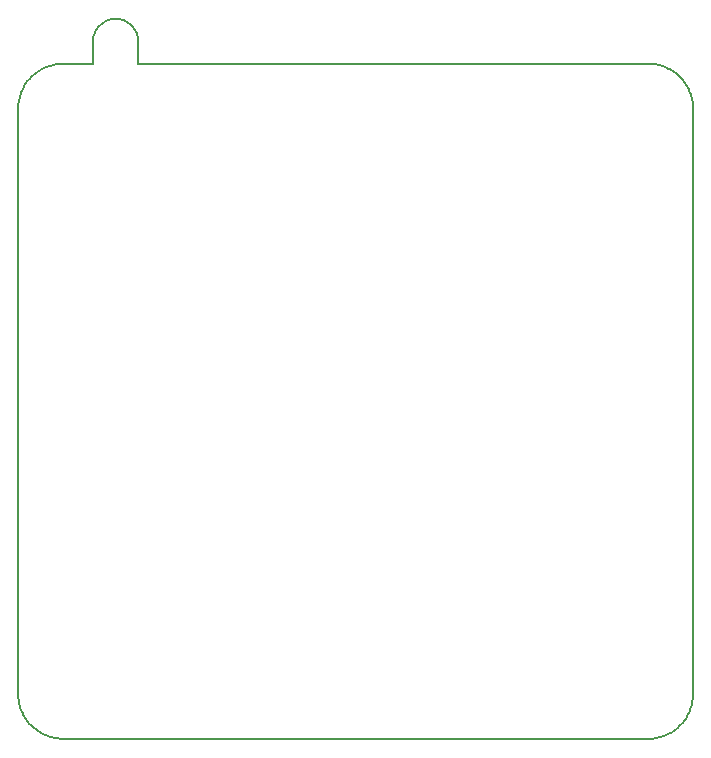
<source format=gbr>
G04 #@! TF.GenerationSoftware,KiCad,Pcbnew,5.1.4*
G04 #@! TF.CreationDate,2019-12-12T21:33:50-05:00*
G04 #@! TF.ProjectId,Suspension_Travel,53757370-656e-4736-996f-6e5f54726176,rev?*
G04 #@! TF.SameCoordinates,Original*
G04 #@! TF.FileFunction,Profile,NP*
%FSLAX46Y46*%
G04 Gerber Fmt 4.6, Leading zero omitted, Abs format (unit mm)*
G04 Created by KiCad (PCBNEW 5.1.4) date 2019-12-12 21:33:50*
%MOMM*%
%LPD*%
G04 APERTURE LIST*
%ADD10C,0.200000*%
G04 APERTURE END LIST*
D10*
X102870793Y-78105069D02*
X102673200Y-78110101D01*
X102673200Y-78110101D02*
X102485732Y-78124280D01*
X102485732Y-78124280D02*
X102306816Y-78146512D01*
X102306816Y-78146512D02*
X102131297Y-78176772D01*
X102131297Y-78176772D02*
X101966495Y-78213012D01*
X101966495Y-78213012D02*
X101803742Y-78256486D01*
X101803742Y-78256486D02*
X101647394Y-78305706D01*
X101647394Y-78305706D02*
X101499447Y-78359285D01*
X101499447Y-78359285D02*
X101357077Y-78417576D01*
X101357077Y-78417576D02*
X101212446Y-78483891D01*
X101212446Y-78483891D02*
X101073678Y-78554626D01*
X101073678Y-78554626D02*
X100933304Y-78633717D01*
X100933304Y-78633717D02*
X100803913Y-78713804D01*
X100803913Y-78713804D02*
X100680364Y-78797196D01*
X100680364Y-78797196D02*
X100564868Y-78881756D01*
X100564868Y-78881756D02*
X100452725Y-78970492D01*
X100452725Y-78970492D02*
X100344579Y-79062814D01*
X100344579Y-79062814D02*
X100238943Y-79160031D01*
X100238943Y-79160031D02*
X100135546Y-79262654D01*
X100135546Y-79262654D02*
X100038021Y-79367019D01*
X100038021Y-79367019D02*
X99935282Y-79485977D01*
X99935282Y-79485977D02*
X99844823Y-79599478D01*
X99844823Y-79599478D02*
X99756175Y-79719948D01*
X99756175Y-79719948D02*
X99672596Y-79843358D01*
X99672596Y-79843358D02*
X99592311Y-79972614D01*
X99592311Y-79972614D02*
X99518483Y-80102712D01*
X99518483Y-80102712D02*
X99449673Y-80235924D01*
X99449673Y-80235924D02*
X99384844Y-80374776D01*
X99384844Y-80374776D02*
X99325766Y-80515923D01*
X99325766Y-80515923D02*
X99269860Y-80666766D01*
X99269860Y-80666766D02*
X99220428Y-80819834D01*
X99220428Y-80819834D02*
X99176811Y-80977793D01*
X99176811Y-80977793D02*
X99138392Y-81145683D01*
X99138392Y-81145683D02*
X99107452Y-81316297D01*
X99107452Y-81316297D02*
X99083356Y-81496949D01*
X99083356Y-81496949D02*
X99067574Y-81683964D01*
X99067574Y-81683964D02*
X99060869Y-81877280D01*
X99060869Y-81877280D02*
X99060689Y-81915000D01*
X99060000Y-81915000D02*
X99060000Y-131445310D01*
X105410172Y-76200620D02*
X105410172Y-78105586D01*
X156210172Y-81915000D02*
X156205137Y-81717409D01*
X156205137Y-81717409D02*
X156190959Y-81529941D01*
X156190959Y-81529941D02*
X156168729Y-81351027D01*
X156168729Y-81351027D02*
X156139047Y-81178427D01*
X156139047Y-81178427D02*
X156102242Y-81010714D01*
X156102242Y-81010714D02*
X156059595Y-80850782D01*
X156059595Y-80850782D02*
X156011434Y-80697153D01*
X156011434Y-80697153D02*
X155958082Y-80549107D01*
X155958082Y-80549107D02*
X155900014Y-80406633D01*
X155900014Y-80406633D02*
X155835177Y-80264493D01*
X155835177Y-80264493D02*
X155766111Y-80128091D01*
X155766111Y-80128091D02*
X155693255Y-79997385D01*
X155693255Y-79997385D02*
X155617021Y-79872321D01*
X155617021Y-79872321D02*
X155536179Y-79750477D01*
X155536179Y-79750477D02*
X155450850Y-79631975D01*
X155450850Y-79631975D02*
X155362503Y-79518601D01*
X155362503Y-79518601D02*
X155270501Y-79409241D01*
X155270501Y-79409241D02*
X155171594Y-79300321D01*
X155171594Y-79300321D02*
X155071150Y-79197804D01*
X155071150Y-79197804D02*
X154967455Y-79099592D01*
X154967455Y-79099592D02*
X154857959Y-79003435D01*
X154857959Y-79003435D02*
X154738044Y-78906186D01*
X154738044Y-78906186D02*
X154621170Y-78818772D01*
X154621170Y-78818772D02*
X154500896Y-78735793D01*
X154500896Y-78735793D02*
X154377346Y-78657365D01*
X154377346Y-78657365D02*
X154250637Y-78583609D01*
X154250637Y-78583609D02*
X154118320Y-78513346D01*
X154118320Y-78513346D02*
X153975079Y-78444593D01*
X153975079Y-78444593D02*
X153833982Y-78383896D01*
X153833982Y-78383896D02*
X153689333Y-78328539D01*
X153689333Y-78328539D02*
X153537737Y-78277651D01*
X153537737Y-78277651D02*
X153380527Y-78232264D01*
X153380527Y-78232264D02*
X153216275Y-78192579D01*
X153216275Y-78192579D02*
X153038309Y-78158198D01*
X153038309Y-78158198D02*
X152863475Y-78132898D01*
X152863475Y-78132898D02*
X152677090Y-78114945D01*
X152677090Y-78114945D02*
X152482063Y-78105919D01*
X152482063Y-78105919D02*
X152400586Y-78105069D01*
X156210517Y-131445310D02*
X156210517Y-81915345D01*
X99060689Y-131445310D02*
X99065721Y-131642867D01*
X99065721Y-131642867D02*
X99079902Y-131830307D01*
X99079902Y-131830307D02*
X99102576Y-132012156D01*
X99102576Y-132012156D02*
X99132541Y-132185423D01*
X99132541Y-132185423D02*
X99168641Y-132349476D01*
X99168641Y-132349476D02*
X99211299Y-132509396D01*
X99211299Y-132509396D02*
X99259472Y-132663016D01*
X99259472Y-132663016D02*
X99312576Y-132810375D01*
X99312576Y-132810375D02*
X99371784Y-132955518D01*
X99371784Y-132955518D02*
X99435775Y-133095661D01*
X99435775Y-133095661D02*
X99504518Y-133231423D01*
X99504518Y-133231423D02*
X99577730Y-133362764D01*
X99577730Y-133362764D02*
X99655523Y-133490248D01*
X99655523Y-133490248D02*
X99736064Y-133611441D01*
X99736064Y-133611441D02*
X99820619Y-133728753D01*
X99820619Y-133728753D02*
X99914865Y-133849326D01*
X99914865Y-133849326D02*
X100017088Y-133969698D01*
X100017088Y-133969698D02*
X100113760Y-134074872D01*
X100113760Y-134074872D02*
X100214263Y-134176354D01*
X100214263Y-134176354D02*
X100318489Y-134274032D01*
X100318489Y-134274032D02*
X100425773Y-134367334D01*
X100425773Y-134367334D02*
X100541600Y-134460586D01*
X100541600Y-134460586D02*
X100657003Y-134546436D01*
X100657003Y-134546436D02*
X100779889Y-134630739D01*
X100779889Y-134630739D02*
X100903709Y-134708814D01*
X100903709Y-134708814D02*
X101033197Y-134783597D01*
X101033197Y-134783597D02*
X101165827Y-134853385D01*
X101165827Y-134853385D02*
X101302132Y-134918346D01*
X101302132Y-134918346D02*
X101442692Y-134978544D01*
X101442692Y-134978544D02*
X101589521Y-135034430D01*
X101589521Y-135034430D02*
X101741975Y-135085232D01*
X101741975Y-135085232D02*
X101897918Y-135129896D01*
X101897918Y-135129896D02*
X102068822Y-135170683D01*
X102068822Y-135170683D02*
X102238928Y-135203082D01*
X102238928Y-135203082D02*
X102416844Y-135228473D01*
X102416844Y-135228473D02*
X102600331Y-135245786D01*
X102600331Y-135245786D02*
X102795444Y-135254509D01*
X102795444Y-135254509D02*
X102870793Y-135255242D01*
X109220620Y-78105069D02*
X152400586Y-78105069D01*
X102870793Y-135255242D02*
X152400586Y-135255242D01*
X109220448Y-76200793D02*
X109220448Y-78105586D01*
X102870793Y-78106103D02*
X105410861Y-78106103D01*
X107315310Y-74295655D02*
X107124222Y-74305110D01*
X107124222Y-74305110D02*
X106949470Y-74330720D01*
X106949470Y-74330720D02*
X106787292Y-74369729D01*
X106787292Y-74369729D02*
X106636273Y-74420156D01*
X106636273Y-74420156D02*
X106495082Y-74480682D01*
X106495082Y-74480682D02*
X106363762Y-74549820D01*
X106363762Y-74549820D02*
X106236968Y-74629855D01*
X106236968Y-74629855D02*
X106119397Y-74717528D01*
X106119397Y-74717528D02*
X106012435Y-74810613D01*
X106012435Y-74810613D02*
X105912454Y-74911569D01*
X105912454Y-74911569D02*
X105819513Y-75020562D01*
X105819513Y-75020562D02*
X105734856Y-75136403D01*
X105734856Y-75136403D02*
X105656451Y-75263002D01*
X105656451Y-75263002D02*
X105588382Y-75394948D01*
X105588382Y-75394948D02*
X105528001Y-75539456D01*
X105528001Y-75539456D02*
X105478852Y-75691822D01*
X105478852Y-75691822D02*
X105441370Y-75855337D01*
X105441370Y-75855337D02*
X105417316Y-76034416D01*
X105417316Y-76034416D02*
X105410172Y-76200620D01*
X109220448Y-76200620D02*
X109210986Y-76009591D01*
X109210986Y-76009591D02*
X109184942Y-75832697D01*
X109184942Y-75832697D02*
X109145944Y-75671328D01*
X109145944Y-75671328D02*
X109095397Y-75520388D01*
X109095397Y-75520388D02*
X109034758Y-75379271D01*
X109034758Y-75379271D02*
X108965689Y-75248336D01*
X108965689Y-75248336D02*
X108886590Y-75123075D01*
X108886590Y-75123075D02*
X108800963Y-75007981D01*
X108800963Y-75007981D02*
X108707597Y-74900307D01*
X108707597Y-74900307D02*
X108604170Y-74797737D01*
X108604170Y-74797737D02*
X108495707Y-74705258D01*
X108495707Y-74705258D02*
X108380171Y-74620778D01*
X108380171Y-74620778D02*
X108256714Y-74544096D01*
X108256714Y-74544096D02*
X108124931Y-74475731D01*
X108124931Y-74475731D02*
X107983309Y-74416041D01*
X107983309Y-74416041D02*
X107831896Y-74366516D01*
X107831896Y-74366516D02*
X107669367Y-74328489D01*
X107669367Y-74328489D02*
X107491299Y-74303672D01*
X107491299Y-74303672D02*
X107315310Y-74295655D01*
X152400586Y-135255242D02*
X152598172Y-135250204D01*
X152598172Y-135250204D02*
X152785638Y-135236021D01*
X152785638Y-135236021D02*
X152963809Y-135213893D01*
X152963809Y-135213893D02*
X153137882Y-135183948D01*
X153137882Y-135183948D02*
X153302713Y-135147794D01*
X153302713Y-135147794D02*
X153461975Y-135105426D01*
X153461975Y-135105426D02*
X153618424Y-135056434D01*
X153618424Y-135056434D02*
X153766471Y-135003065D01*
X153766471Y-135003065D02*
X153916924Y-134941524D01*
X153916924Y-134941524D02*
X154058890Y-134876354D01*
X154058890Y-134876354D02*
X154192572Y-134808326D01*
X154192572Y-134808326D02*
X154321295Y-134736346D01*
X154321295Y-134736346D02*
X154446280Y-134659978D01*
X154446280Y-134659978D02*
X154566868Y-134579821D01*
X154566868Y-134579821D02*
X154685893Y-134493975D01*
X154685893Y-134493975D02*
X154798643Y-134405976D01*
X154798643Y-134405976D02*
X154907947Y-134313895D01*
X154907947Y-134313895D02*
X155019926Y-134211963D01*
X155019926Y-134211963D02*
X155121777Y-134111836D01*
X155121777Y-134111836D02*
X155219836Y-134007979D01*
X155219836Y-134007979D02*
X155313985Y-133900502D01*
X155313985Y-133900502D02*
X155404114Y-133789524D01*
X155404114Y-133789524D02*
X155490105Y-133675155D01*
X155490105Y-133675155D02*
X155573439Y-133555130D01*
X155573439Y-133555130D02*
X155652228Y-133431818D01*
X155652228Y-133431818D02*
X155727760Y-133302832D01*
X155727760Y-133302832D02*
X155797988Y-133171325D01*
X155797988Y-133171325D02*
X155863463Y-133036158D01*
X155863463Y-133036158D02*
X155926192Y-132892051D01*
X155926192Y-132892051D02*
X155985804Y-132737389D01*
X155985804Y-132737389D02*
X156037054Y-132585158D01*
X156037054Y-132585158D02*
X156084254Y-132421603D01*
X156084254Y-132421603D02*
X156123630Y-132258019D01*
X156123630Y-132258019D02*
X156156382Y-132088838D01*
X156156382Y-132088838D02*
X156181952Y-131914106D01*
X156181952Y-131914106D02*
X156199915Y-131731609D01*
X156199915Y-131731609D02*
X156209384Y-131539035D01*
X156209384Y-131539035D02*
X156210517Y-131445310D01*
M02*

</source>
